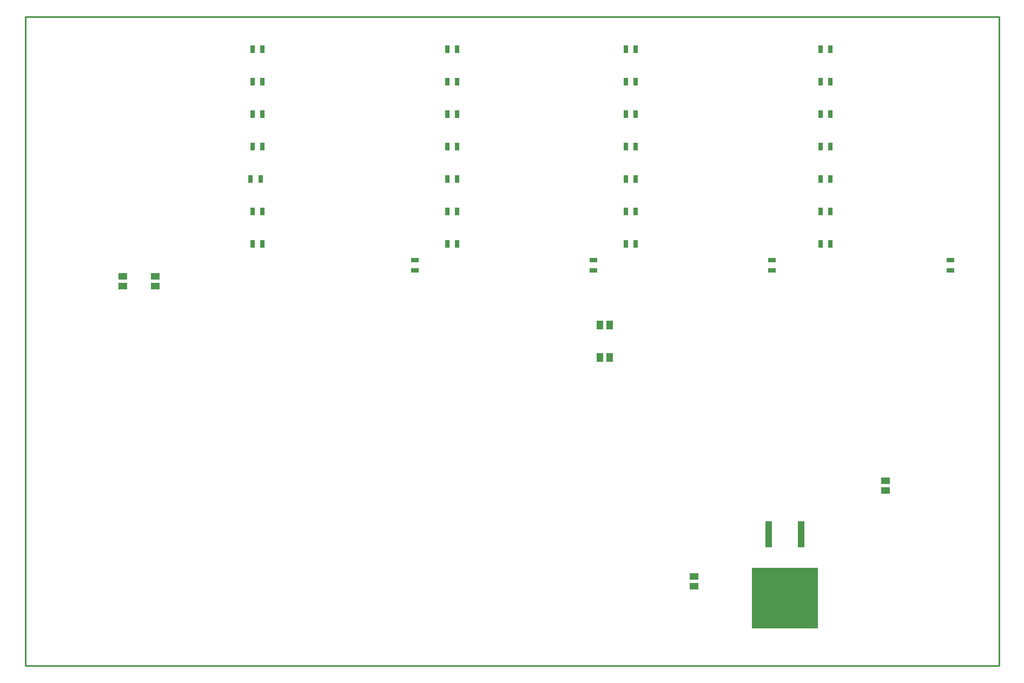
<source format=gtp>
G04*
G04 #@! TF.GenerationSoftware,Altium Limited,Altium Designer,20.0.12 (288)*
G04*
G04 Layer_Color=8421504*
%FSLAX23Y23*%
%MOIN*%
G70*
G01*
G75*
%ADD14C,0.010*%
%ADD17R,0.411X0.378*%
%ADD18R,0.041X0.161*%
%ADD19R,0.031X0.049*%
%ADD20R,0.055X0.043*%
%ADD21R,0.043X0.055*%
%ADD22R,0.049X0.031*%
D14*
X1600Y5000D02*
X7600D01*
Y1000D02*
Y5000D01*
X1600Y1000D02*
X7600D01*
X1600D02*
Y5000D01*
D17*
X6280Y1418D02*
D03*
D18*
X6180Y1810D02*
D03*
X6380D02*
D03*
D19*
X3063Y4400D02*
D03*
X3000D02*
D03*
X5363D02*
D03*
X5300D02*
D03*
X5363Y3600D02*
D03*
X5300D02*
D03*
X6563D02*
D03*
X6500D02*
D03*
X4263Y4800D02*
D03*
X4200D02*
D03*
X3063Y4600D02*
D03*
X3000D02*
D03*
X3063Y4200D02*
D03*
X3000D02*
D03*
X3050Y4000D02*
D03*
X2987D02*
D03*
X3000Y4800D02*
D03*
X3063D02*
D03*
X3000Y3600D02*
D03*
X3063D02*
D03*
Y3800D02*
D03*
X3000D02*
D03*
X4263Y3600D02*
D03*
X4200D02*
D03*
X4263Y3800D02*
D03*
X4200D02*
D03*
X4263Y4200D02*
D03*
X4200D02*
D03*
X4263Y4600D02*
D03*
X4200D02*
D03*
X4263Y4400D02*
D03*
X4200D02*
D03*
X5363Y3800D02*
D03*
X5300D02*
D03*
X5363Y4000D02*
D03*
X5300D02*
D03*
X5363Y4200D02*
D03*
X5300D02*
D03*
X5363Y4600D02*
D03*
X5300D02*
D03*
X4263Y4000D02*
D03*
X4200D02*
D03*
X6500Y4800D02*
D03*
X6563D02*
D03*
X5300D02*
D03*
X5363D02*
D03*
X6500Y4600D02*
D03*
X6563D02*
D03*
X6500Y4400D02*
D03*
X6563D02*
D03*
Y4200D02*
D03*
X6500D02*
D03*
Y4000D02*
D03*
X6563D02*
D03*
X6500Y3800D02*
D03*
X6563D02*
D03*
D20*
X6900Y2140D02*
D03*
Y2081D02*
D03*
X2200Y3400D02*
D03*
Y3341D02*
D03*
X5720Y1550D02*
D03*
Y1490D02*
D03*
X2400Y3400D02*
D03*
Y3341D02*
D03*
D21*
X5200Y2900D02*
D03*
X5141D02*
D03*
X5200Y3100D02*
D03*
X5141D02*
D03*
D22*
X6200Y3500D02*
D03*
Y3437D02*
D03*
X7300Y3500D02*
D03*
Y3437D02*
D03*
X4000Y3500D02*
D03*
Y3437D02*
D03*
X5100Y3500D02*
D03*
Y3437D02*
D03*
M02*

</source>
